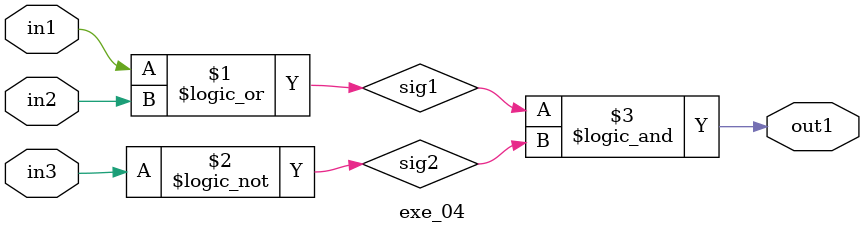
<source format=sv>
/**
*Codigo teste de modulo Aula2
*
*Autor: Víctor Vinicius Welter
*
*Data: Agosto de 2022
*
*Especificacao:
● Crie um projeto exe_4 que possui entradas in{1,2,3} e uma saída out1. 
● Crie dois sinais internos sig1 e sig2 e implemente a lógica da figura ao lado.
○ sig1 recebe a saída OR entre in1 e in2
○ sig2 recebe a NOT de in3
○ out1 recebe a saída de AND entre sig1 
e sig2
*/

module exe_04 (
    input logic in1,
    input logic in2,
    input logic in3,

    output logic out1
);

    logic sig1;
    logic sig2;

    assign sig1 = in1 || in2;
    assign sig2 = !in3;

    assign out1 = sig1 && sig2;
    
endmodule
</source>
